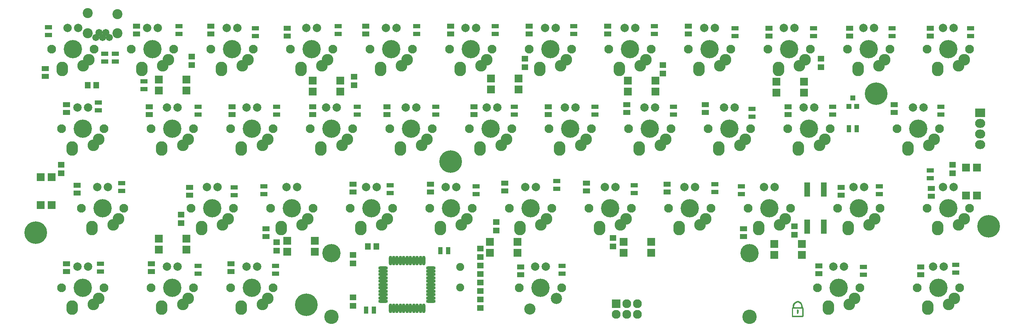
<source format=gbr>
G04 #@! TF.FileFunction,Soldermask,Bot*
%FSLAX46Y46*%
G04 Gerber Fmt 4.6, Leading zero omitted, Abs format (unit mm)*
G04 Created by KiCad (PCBNEW 4.0.1-stable) date 7/10/2016 11:19:29 PM*
%MOMM*%
G01*
G04 APERTURE LIST*
%ADD10C,0.100000*%
%ADD11C,0.010000*%
%ADD12R,1.650000X1.400000*%
%ADD13R,1.400000X1.650000*%
%ADD14R,1.797000X1.289000*%
%ADD15O,2.299920X0.806400*%
%ADD16O,0.806400X2.299920*%
%ADD17C,1.705560*%
%ADD18C,2.400000*%
%ADD19R,1.700000X1.100000*%
%ADD20R,2.127200X2.127200*%
%ADD21O,2.127200X2.127200*%
%ADD22R,2.432000X2.127200*%
%ADD23O,2.432000X2.127200*%
%ADD24R,1.200100X1.200100*%
%ADD25R,1.100000X1.700000*%
%ADD26R,1.924000X1.924000*%
%ADD27R,1.400000X3.500000*%
%ADD28C,4.380180*%
%ADD29O,2.784001X3.480000*%
%ADD30C,2.777011*%
%ADD31C,2.099260*%
%ADD32C,1.901140*%
%ADD33C,2.000200*%
%ADD34C,2.686000*%
%ADD35C,4.387800*%
%ADD36C,2.101800*%
%ADD37C,3.448000*%
%ADD38C,5.401260*%
G04 APERTURE END LIST*
D10*
D11*
G36*
X219546275Y-113520741D02*
X219167016Y-113801410D01*
X218901371Y-114180174D01*
X218821000Y-114518830D01*
X218777863Y-114830976D01*
X218688304Y-115016896D01*
X218626111Y-115207746D01*
X218592080Y-115590390D01*
X218591337Y-116103673D01*
X218593054Y-116153546D01*
X218630500Y-117157500D01*
X219906921Y-117193413D01*
X220453432Y-117200222D01*
X220901970Y-117189757D01*
X221193899Y-117164288D01*
X221272171Y-117140496D01*
X221323589Y-116966724D01*
X221352415Y-116622443D01*
X221360004Y-116183704D01*
X221347712Y-115726560D01*
X221316893Y-115327064D01*
X221291966Y-115189000D01*
X221107000Y-115189000D01*
X221107000Y-116967000D01*
X218821000Y-116967000D01*
X218821000Y-115189000D01*
X221107000Y-115189000D01*
X221291966Y-115189000D01*
X221268904Y-115061269D01*
X221234000Y-114998500D01*
X221143434Y-114827281D01*
X221111941Y-114576137D01*
X220853000Y-114576137D01*
X220853000Y-114935000D01*
X219964000Y-114935000D01*
X219499748Y-114930951D01*
X219234075Y-114904633D01*
X219111565Y-114834783D01*
X219076799Y-114700141D01*
X219075000Y-114593935D01*
X219180664Y-114209381D01*
X219446355Y-113879326D01*
X219795121Y-113685819D01*
X219946203Y-113665000D01*
X220335136Y-113778290D01*
X220659598Y-114064317D01*
X220839210Y-114442318D01*
X220853000Y-114576137D01*
X221111941Y-114576137D01*
X221107000Y-114536735D01*
X220993152Y-114116879D01*
X220701011Y-113741524D01*
X220304681Y-113483657D01*
X219964000Y-113411000D01*
X219546275Y-113520741D01*
X219546275Y-113520741D01*
G37*
X219546275Y-113520741D02*
X219167016Y-113801410D01*
X218901371Y-114180174D01*
X218821000Y-114518830D01*
X218777863Y-114830976D01*
X218688304Y-115016896D01*
X218626111Y-115207746D01*
X218592080Y-115590390D01*
X218591337Y-116103673D01*
X218593054Y-116153546D01*
X218630500Y-117157500D01*
X219906921Y-117193413D01*
X220453432Y-117200222D01*
X220901970Y-117189757D01*
X221193899Y-117164288D01*
X221272171Y-117140496D01*
X221323589Y-116966724D01*
X221352415Y-116622443D01*
X221360004Y-116183704D01*
X221347712Y-115726560D01*
X221316893Y-115327064D01*
X221291966Y-115189000D01*
X221107000Y-115189000D01*
X221107000Y-116967000D01*
X218821000Y-116967000D01*
X218821000Y-115189000D01*
X221107000Y-115189000D01*
X221291966Y-115189000D01*
X221268904Y-115061269D01*
X221234000Y-114998500D01*
X221143434Y-114827281D01*
X221111941Y-114576137D01*
X220853000Y-114576137D01*
X220853000Y-114935000D01*
X219964000Y-114935000D01*
X219499748Y-114930951D01*
X219234075Y-114904633D01*
X219111565Y-114834783D01*
X219076799Y-114700141D01*
X219075000Y-114593935D01*
X219180664Y-114209381D01*
X219446355Y-113879326D01*
X219795121Y-113685819D01*
X219946203Y-113665000D01*
X220335136Y-113778290D01*
X220659598Y-114064317D01*
X220839210Y-114442318D01*
X220853000Y-114576137D01*
X221111941Y-114576137D01*
X221107000Y-114536735D01*
X220993152Y-114116879D01*
X220701011Y-113741524D01*
X220304681Y-113483657D01*
X219964000Y-113411000D01*
X219546275Y-113520741D01*
G36*
X219850622Y-115512849D02*
X219794568Y-115695492D01*
X219797201Y-115981984D01*
X219845819Y-116266312D01*
X219927717Y-116442466D01*
X219964000Y-116459000D01*
X220047992Y-116348262D01*
X220121154Y-116078432D01*
X220126465Y-116046250D01*
X220134940Y-115706170D01*
X220057917Y-115492844D01*
X219922185Y-115458077D01*
X219850622Y-115512849D01*
X219850622Y-115512849D01*
G37*
X219850622Y-115512849D02*
X219794568Y-115695492D01*
X219797201Y-115981984D01*
X219845819Y-116266312D01*
X219927717Y-116442466D01*
X219964000Y-116459000D01*
X220047992Y-116348262D01*
X220121154Y-116078432D01*
X220126465Y-116046250D01*
X220134940Y-115706170D01*
X220057917Y-115492844D01*
X219922185Y-115458077D01*
X219850622Y-115512849D01*
D12*
X144018000Y-104918000D03*
X144018000Y-106918000D03*
X144018000Y-110982000D03*
X144018000Y-108982000D03*
D13*
X119110000Y-100330000D03*
X117110000Y-100330000D03*
D12*
X113538000Y-114538000D03*
X113538000Y-112538000D03*
X144018000Y-115046000D03*
X144018000Y-113046000D03*
X113538000Y-104378000D03*
X113538000Y-102378000D03*
X144018000Y-100854000D03*
X144018000Y-102854000D03*
D13*
X52054000Y-61722000D03*
X50054000Y-61722000D03*
D14*
X39878000Y-57721500D03*
X39878000Y-59626500D03*
X61722000Y-47561500D03*
X61722000Y-49466500D03*
X79502000Y-47561500D03*
X79502000Y-49466500D03*
X97790000Y-48069500D03*
X97790000Y-49974500D03*
X116586000Y-47561500D03*
X116586000Y-49466500D03*
X136906000Y-47561500D03*
X136906000Y-49466500D03*
X155702000Y-47561500D03*
X155702000Y-49466500D03*
X174498000Y-47561500D03*
X174498000Y-49466500D03*
X193802000Y-47561500D03*
X193802000Y-49466500D03*
X213106000Y-48069500D03*
X213106000Y-49974500D03*
X232410000Y-48069500D03*
X232410000Y-49974500D03*
X44958000Y-66357500D03*
X44958000Y-68262500D03*
X64770000Y-66865500D03*
X64770000Y-68770500D03*
X84582000Y-66865500D03*
X84582000Y-68770500D03*
X103886000Y-66865500D03*
X103886000Y-68770500D03*
X121666000Y-66865500D03*
X121666000Y-68770500D03*
X142494000Y-66865500D03*
X142494000Y-68770500D03*
X160274000Y-66865500D03*
X160274000Y-68770500D03*
X179070000Y-66357500D03*
X179070000Y-68262500D03*
X197866000Y-66357500D03*
X197866000Y-68262500D03*
X217678000Y-66865500D03*
X217678000Y-68770500D03*
X243078000Y-66357500D03*
X243078000Y-68262500D03*
X47498000Y-85661500D03*
X47498000Y-87566500D03*
X74422000Y-86169500D03*
X74422000Y-88074500D03*
X92710000Y-96075500D03*
X92710000Y-97980500D03*
X113538000Y-85407500D03*
X113538000Y-87312500D03*
X132080000Y-85407500D03*
X132080000Y-87312500D03*
X149860000Y-85153500D03*
X149860000Y-87058500D03*
X169418000Y-85153500D03*
X169418000Y-87058500D03*
X188722000Y-85407500D03*
X188722000Y-87312500D03*
X207010000Y-96075500D03*
X207010000Y-97980500D03*
X230378000Y-86169500D03*
X230378000Y-88074500D03*
X251968000Y-86423500D03*
X251968000Y-88328500D03*
X44958000Y-104457500D03*
X44958000Y-106362500D03*
X65278000Y-104457500D03*
X65278000Y-106362500D03*
X84328000Y-104457500D03*
X84328000Y-106362500D03*
X153670000Y-105219500D03*
X153670000Y-107124500D03*
X225044000Y-104965500D03*
X225044000Y-106870500D03*
X249428000Y-105219500D03*
X249428000Y-107124500D03*
X251714000Y-48069500D03*
X251714000Y-49974500D03*
D15*
X120777000Y-109474000D03*
X120777000Y-108673900D03*
X120777000Y-107873800D03*
X120777000Y-107073700D03*
X120777000Y-106273600D03*
X120777000Y-105473500D03*
X120777000Y-110274100D03*
X120777000Y-111074200D03*
X120777000Y-111874300D03*
X120777000Y-112674400D03*
X120777000Y-113474500D03*
X132207000Y-109474000D03*
X132207000Y-108673900D03*
X132207000Y-107873800D03*
X132207000Y-107073700D03*
X132207000Y-106273600D03*
X132207000Y-105473500D03*
X132207000Y-110274100D03*
X132207000Y-111074200D03*
X132207000Y-111874300D03*
X132207000Y-112674400D03*
X132207000Y-113474500D03*
D16*
X126492000Y-103759000D03*
X126492000Y-115189000D03*
X127292100Y-103759000D03*
X127292100Y-115189000D03*
X128092200Y-115189000D03*
X128092200Y-103759000D03*
X128892300Y-103759000D03*
X128892300Y-115189000D03*
X129692400Y-115189000D03*
X129692400Y-103759000D03*
X130492500Y-103759000D03*
X130492500Y-115189000D03*
X125691900Y-115189000D03*
X125691900Y-103759000D03*
X124891800Y-103759000D03*
X124891800Y-115189000D03*
X124091700Y-115189000D03*
X124091700Y-103759000D03*
X123291600Y-103759000D03*
X123291600Y-115189000D03*
X122491500Y-115189000D03*
X122491500Y-103759000D03*
D17*
X53594000Y-50309780D03*
X52796440Y-49110900D03*
X55191660Y-50309780D03*
X54391560Y-49110900D03*
D18*
X57150000Y-44704000D03*
X50038000Y-44450000D03*
D17*
X51996340Y-50309780D03*
D18*
X50038000Y-49276000D03*
X57150000Y-49276000D03*
D19*
X71882000Y-49464000D03*
X71882000Y-47564000D03*
X109982000Y-49464000D03*
X109982000Y-47564000D03*
X128778000Y-49464000D03*
X128778000Y-47564000D03*
X147574000Y-49464000D03*
X147574000Y-47564000D03*
X166370000Y-49464000D03*
X166370000Y-47564000D03*
X185674000Y-49464000D03*
X185674000Y-47564000D03*
X204978000Y-49972000D03*
X204978000Y-48072000D03*
X223774000Y-49972000D03*
X223774000Y-48072000D03*
X242570000Y-49972000D03*
X242570000Y-48072000D03*
X261366000Y-49972000D03*
X261366000Y-48072000D03*
X52578000Y-65852000D03*
X52578000Y-67752000D03*
X40640000Y-49718000D03*
X40640000Y-47818000D03*
X90170000Y-49972000D03*
X90170000Y-48072000D03*
X76454000Y-68768000D03*
X76454000Y-66868000D03*
X95250000Y-68768000D03*
X95250000Y-66868000D03*
X114554000Y-68768000D03*
X114554000Y-66868000D03*
X133350000Y-68768000D03*
X133350000Y-66868000D03*
X152146000Y-68768000D03*
X152146000Y-66868000D03*
X171450000Y-68768000D03*
X171450000Y-66868000D03*
X190246000Y-68768000D03*
X190246000Y-66868000D03*
X209042000Y-69276000D03*
X209042000Y-67376000D03*
X228346000Y-68768000D03*
X228346000Y-66868000D03*
X254254000Y-68768000D03*
X254254000Y-66868000D03*
X58166000Y-85156000D03*
X58166000Y-87056000D03*
X85090000Y-88072000D03*
X85090000Y-86172000D03*
X92202000Y-87818000D03*
X92202000Y-85918000D03*
X122428000Y-87564000D03*
X122428000Y-85664000D03*
X143002000Y-87818000D03*
X143002000Y-85918000D03*
X162306000Y-86548000D03*
X162306000Y-84648000D03*
X180848000Y-87564000D03*
X180848000Y-85664000D03*
X200152000Y-87310000D03*
X200152000Y-85410000D03*
X206502000Y-87818000D03*
X206502000Y-85918000D03*
X239522000Y-87818000D03*
X239522000Y-85918000D03*
X251714000Y-84008000D03*
X251714000Y-82108000D03*
X53086000Y-104460000D03*
X53086000Y-106360000D03*
X76454000Y-106868000D03*
X76454000Y-104968000D03*
X94996000Y-106868000D03*
X94996000Y-104968000D03*
X163576000Y-106868000D03*
X163576000Y-104968000D03*
X235712000Y-107122000D03*
X235712000Y-105222000D03*
X257810000Y-106614000D03*
X257810000Y-104714000D03*
X63500000Y-60772000D03*
X63500000Y-62672000D03*
D20*
X176530000Y-114046000D03*
D21*
X176530000Y-116586000D03*
X179070000Y-114046000D03*
X179070000Y-116586000D03*
X181610000Y-114046000D03*
X181610000Y-116586000D03*
D22*
X263652000Y-68326000D03*
D23*
X263652000Y-70866000D03*
X263652000Y-73406000D03*
X263652000Y-75946000D03*
D24*
X234122000Y-66786760D03*
X232222000Y-66786760D03*
X233172000Y-64787780D03*
D19*
X56642000Y-56068000D03*
X56642000Y-54168000D03*
X54102000Y-56068000D03*
X54102000Y-54168000D03*
D25*
X118552000Y-115570000D03*
X116652000Y-115570000D03*
X232222000Y-72136000D03*
X234122000Y-72136000D03*
X136332000Y-101346000D03*
X134432000Y-101346000D03*
D26*
X67028000Y-60422000D03*
X67028000Y-63022000D03*
X73688000Y-63022000D03*
X73688000Y-60422000D03*
X103858000Y-60676000D03*
X103858000Y-63276000D03*
X110518000Y-63276000D03*
X110518000Y-60676000D03*
X146530000Y-60168000D03*
X146530000Y-62768000D03*
X153190000Y-62768000D03*
X153190000Y-60168000D03*
X179296000Y-60676000D03*
X179296000Y-63276000D03*
X185956000Y-63276000D03*
X185956000Y-60676000D03*
X214856000Y-60930000D03*
X214856000Y-63530000D03*
X221516000Y-63530000D03*
X221516000Y-60930000D03*
X260320000Y-88166000D03*
X262920000Y-88166000D03*
X262920000Y-81506000D03*
X260320000Y-81506000D03*
X214348000Y-99792000D03*
X214348000Y-102392000D03*
X221008000Y-102392000D03*
X221008000Y-99792000D03*
X178280000Y-99284000D03*
X178280000Y-101884000D03*
X184940000Y-101884000D03*
X184940000Y-99284000D03*
X146276000Y-99284000D03*
X146276000Y-101884000D03*
X152936000Y-101884000D03*
X152936000Y-99284000D03*
X97762000Y-99030000D03*
X97762000Y-101630000D03*
X104422000Y-101630000D03*
X104422000Y-99030000D03*
X67028000Y-98522000D03*
X67028000Y-101122000D03*
X73688000Y-101122000D03*
X73688000Y-98522000D03*
X38832000Y-90452000D03*
X41432000Y-90452000D03*
X41432000Y-83792000D03*
X38832000Y-83792000D03*
D27*
X226283500Y-95636000D03*
X222283000Y-86736000D03*
X226281000Y-86736000D03*
X222283000Y-95636000D03*
D28*
X46482000Y-53086000D03*
D29*
X43962000Y-57876000D03*
D30*
X50292000Y-55626000D03*
D31*
X51562000Y-53086000D03*
X41402000Y-53086000D03*
D30*
X48982000Y-57086000D03*
D28*
X65532000Y-53086000D03*
D29*
X63012000Y-57876000D03*
D30*
X69342000Y-55626000D03*
D31*
X70612000Y-53086000D03*
X60452000Y-53086000D03*
D30*
X68032000Y-57086000D03*
D28*
X84582000Y-53086000D03*
D29*
X82062000Y-57876000D03*
D30*
X88392000Y-55626000D03*
D31*
X89662000Y-53086000D03*
X79502000Y-53086000D03*
D30*
X87082000Y-57086000D03*
D28*
X103632000Y-53086000D03*
D29*
X101112000Y-57876000D03*
D30*
X107442000Y-55626000D03*
D31*
X108712000Y-53086000D03*
X98552000Y-53086000D03*
D30*
X106132000Y-57086000D03*
D28*
X122682000Y-53086000D03*
D29*
X120162000Y-57876000D03*
D30*
X126492000Y-55626000D03*
D31*
X127762000Y-53086000D03*
X117602000Y-53086000D03*
D30*
X125182000Y-57086000D03*
D28*
X141732000Y-53086000D03*
D29*
X139212000Y-57876000D03*
D30*
X145542000Y-55626000D03*
D31*
X146812000Y-53086000D03*
X136652000Y-53086000D03*
D30*
X144232000Y-57086000D03*
D28*
X160782000Y-53086000D03*
D29*
X158262000Y-57876000D03*
D30*
X164592000Y-55626000D03*
D31*
X165862000Y-53086000D03*
X155702000Y-53086000D03*
D30*
X163282000Y-57086000D03*
D28*
X179832000Y-53086000D03*
D29*
X177312000Y-57876000D03*
D30*
X183642000Y-55626000D03*
D31*
X184912000Y-53086000D03*
X174752000Y-53086000D03*
D30*
X182332000Y-57086000D03*
D28*
X198882000Y-53086000D03*
D29*
X196362000Y-57876000D03*
D30*
X202692000Y-55626000D03*
D31*
X203962000Y-53086000D03*
X193802000Y-53086000D03*
D30*
X201382000Y-57086000D03*
D28*
X217932000Y-53086000D03*
D29*
X215412000Y-57876000D03*
D30*
X221742000Y-55626000D03*
D31*
X223012000Y-53086000D03*
X212852000Y-53086000D03*
D30*
X220432000Y-57086000D03*
D28*
X236982000Y-53086000D03*
D29*
X234462000Y-57876000D03*
D30*
X240792000Y-55626000D03*
D31*
X242062000Y-53086000D03*
X231902000Y-53086000D03*
D30*
X239482000Y-57086000D03*
D28*
X48864520Y-72136000D03*
D29*
X46344520Y-76926000D03*
D30*
X52674520Y-74676000D03*
D31*
X53944520Y-72136000D03*
X43784520Y-72136000D03*
D30*
X51364520Y-76136000D03*
D28*
X70295770Y-72136000D03*
D29*
X67775770Y-76926000D03*
D30*
X74105770Y-74676000D03*
D31*
X75375770Y-72136000D03*
X65215770Y-72136000D03*
D30*
X72795770Y-76136000D03*
D28*
X89345770Y-72136000D03*
D29*
X86825770Y-76926000D03*
D30*
X93155770Y-74676000D03*
D31*
X94425770Y-72136000D03*
X84265770Y-72136000D03*
D30*
X91845770Y-76136000D03*
D28*
X108395770Y-72136000D03*
D29*
X105875770Y-76926000D03*
D30*
X112205770Y-74676000D03*
D31*
X113475770Y-72136000D03*
X103315770Y-72136000D03*
D30*
X110895770Y-76136000D03*
D28*
X127445770Y-72136000D03*
D29*
X124925770Y-76926000D03*
D30*
X131255770Y-74676000D03*
D31*
X132525770Y-72136000D03*
X122365770Y-72136000D03*
D30*
X129945770Y-76136000D03*
D28*
X146495770Y-72136000D03*
D29*
X143975770Y-76926000D03*
D30*
X150305770Y-74676000D03*
D31*
X151575770Y-72136000D03*
X141415770Y-72136000D03*
D30*
X148995770Y-76136000D03*
D28*
X165545770Y-72136000D03*
D29*
X163025770Y-76926000D03*
D30*
X169355770Y-74676000D03*
D31*
X170625770Y-72136000D03*
X160465770Y-72136000D03*
D30*
X168045770Y-76136000D03*
D28*
X184595770Y-72136000D03*
D29*
X182075770Y-76926000D03*
D30*
X188405770Y-74676000D03*
D31*
X189675770Y-72136000D03*
X179515770Y-72136000D03*
D30*
X187095770Y-76136000D03*
D28*
X203645770Y-72136000D03*
D29*
X201125770Y-76926000D03*
D30*
X207455770Y-74676000D03*
D31*
X208725770Y-72136000D03*
X198565770Y-72136000D03*
D30*
X206145770Y-76136000D03*
D28*
X222695770Y-72136000D03*
D29*
X220175770Y-76926000D03*
D30*
X226505770Y-74676000D03*
D31*
X227775770Y-72136000D03*
X217615770Y-72136000D03*
D30*
X225195770Y-76136000D03*
D28*
X248889520Y-72136000D03*
D29*
X246369520Y-76926000D03*
D30*
X252699520Y-74676000D03*
D31*
X253969520Y-72136000D03*
X243809520Y-72136000D03*
D30*
X251389520Y-76136000D03*
D28*
X53625750Y-91186000D03*
D29*
X51105750Y-95976000D03*
D30*
X57435750Y-93726000D03*
D31*
X58705750Y-91186000D03*
X48545750Y-91186000D03*
D30*
X56125750Y-95186000D03*
D28*
X79819500Y-91186000D03*
D29*
X77299500Y-95976000D03*
D30*
X83629500Y-93726000D03*
D31*
X84899500Y-91186000D03*
X74739500Y-91186000D03*
D30*
X82319500Y-95186000D03*
D28*
X98869500Y-91186000D03*
D29*
X96349500Y-95976000D03*
D30*
X102679500Y-93726000D03*
D31*
X103949500Y-91186000D03*
X93789500Y-91186000D03*
D30*
X101369500Y-95186000D03*
D28*
X117919500Y-91186000D03*
D29*
X115399500Y-95976000D03*
D30*
X121729500Y-93726000D03*
D31*
X122999500Y-91186000D03*
X112839500Y-91186000D03*
D30*
X120419500Y-95186000D03*
D28*
X136969500Y-91186000D03*
D29*
X134449500Y-95976000D03*
D30*
X140779500Y-93726000D03*
D31*
X142049500Y-91186000D03*
X131889500Y-91186000D03*
D30*
X139469500Y-95186000D03*
D28*
X156019500Y-91186000D03*
D29*
X153499500Y-95976000D03*
D30*
X159829500Y-93726000D03*
D31*
X161099500Y-91186000D03*
X150939500Y-91186000D03*
D30*
X158519500Y-95186000D03*
D28*
X175069500Y-91186000D03*
D29*
X172549500Y-95976000D03*
D30*
X178879500Y-93726000D03*
D31*
X180149500Y-91186000D03*
X169989500Y-91186000D03*
D30*
X177569500Y-95186000D03*
D28*
X194119500Y-91186000D03*
D29*
X191599500Y-95976000D03*
D30*
X197929500Y-93726000D03*
D31*
X199199500Y-91186000D03*
X189039500Y-91186000D03*
D30*
X196619500Y-95186000D03*
D28*
X213169500Y-91186000D03*
D29*
X210649500Y-95976000D03*
D30*
X216979500Y-93726000D03*
D31*
X218249500Y-91186000D03*
X208089500Y-91186000D03*
D30*
X215669500Y-95186000D03*
D28*
X234600750Y-91186000D03*
D29*
X232080750Y-95976000D03*
D30*
X238410750Y-93726000D03*
D31*
X239680750Y-91186000D03*
X229520750Y-91186000D03*
D30*
X237100750Y-95186000D03*
D28*
X256032000Y-91186000D03*
D29*
X253512000Y-95976000D03*
D30*
X259842000Y-93726000D03*
D31*
X261112000Y-91186000D03*
X250952000Y-91186000D03*
D30*
X258532000Y-95186000D03*
D28*
X48864520Y-110236000D03*
D29*
X46344520Y-115026000D03*
D30*
X52674520Y-112776000D03*
D31*
X53944520Y-110236000D03*
X43784520Y-110236000D03*
D30*
X51364520Y-114236000D03*
D28*
X70295770Y-110236000D03*
D29*
X67775770Y-115026000D03*
D30*
X74105770Y-112776000D03*
D31*
X75375770Y-110236000D03*
X65215770Y-110236000D03*
D30*
X72795770Y-114236000D03*
D28*
X89345770Y-110236000D03*
D29*
X86825770Y-115026000D03*
D30*
X93155770Y-112776000D03*
D31*
X94425770Y-110236000D03*
X84265770Y-110236000D03*
D30*
X91845770Y-114236000D03*
D28*
X229839520Y-110236000D03*
D29*
X227319520Y-115026000D03*
D30*
X233649520Y-112776000D03*
D31*
X234919520Y-110236000D03*
X224759520Y-110236000D03*
D30*
X232339520Y-114236000D03*
D28*
X253652020Y-110236000D03*
D29*
X251132020Y-115026000D03*
D30*
X257462020Y-112776000D03*
D31*
X258732020Y-110236000D03*
X248572020Y-110236000D03*
D30*
X256152020Y-114236000D03*
D28*
X256032000Y-53086000D03*
D29*
X253512000Y-57876000D03*
D30*
X259842000Y-55626000D03*
D31*
X261112000Y-53086000D03*
X250952000Y-53086000D03*
D30*
X258532000Y-57086000D03*
D32*
X139192000Y-105255060D03*
X139192000Y-110136940D03*
D33*
X64262000Y-48006000D03*
X66802000Y-48006000D03*
X102362000Y-48006000D03*
X104902000Y-48006000D03*
X121412000Y-48006000D03*
X123952000Y-48006000D03*
X140462000Y-48006000D03*
X143002000Y-48006000D03*
X159512000Y-48006000D03*
X162052000Y-48006000D03*
X178562000Y-48006000D03*
X181102000Y-48006000D03*
X197612000Y-48006000D03*
X200152000Y-48006000D03*
X216662000Y-48006000D03*
X219202000Y-48006000D03*
X235712000Y-48006000D03*
X238252000Y-48006000D03*
X254762000Y-48006000D03*
X257302000Y-48006000D03*
X47594520Y-67056000D03*
X50134520Y-67056000D03*
X45212000Y-48006000D03*
X47752000Y-48006000D03*
X83312000Y-48006000D03*
X85852000Y-48006000D03*
X69025770Y-67056000D03*
X71565770Y-67056000D03*
X88075770Y-67056000D03*
X90615770Y-67056000D03*
X107125770Y-67056000D03*
X109665770Y-67056000D03*
X126175770Y-67056000D03*
X128715770Y-67056000D03*
X145542000Y-67056000D03*
X148082000Y-67056000D03*
X164275770Y-67056000D03*
X166815770Y-67056000D03*
X183325770Y-67056000D03*
X185865770Y-67056000D03*
X202375770Y-67056000D03*
X204915770Y-67056000D03*
X221425770Y-67056000D03*
X223965770Y-67056000D03*
X247619520Y-67056000D03*
X250159520Y-67056000D03*
X52355750Y-86106000D03*
X54895750Y-86106000D03*
X78549500Y-86106000D03*
X81089500Y-86106000D03*
X97599500Y-86106000D03*
X100139500Y-86106000D03*
X116649500Y-86106000D03*
X119189500Y-86106000D03*
X135699500Y-86106000D03*
X138239500Y-86106000D03*
X154749500Y-86106000D03*
X157289500Y-86106000D03*
X173799500Y-86106000D03*
X176339500Y-86106000D03*
X192849500Y-86106000D03*
X195389500Y-86106000D03*
X211899500Y-86106000D03*
X214439500Y-86106000D03*
X233330750Y-86106000D03*
X235870750Y-86106000D03*
X254762000Y-86106000D03*
X257302000Y-86106000D03*
X47594520Y-105156000D03*
X50134520Y-105156000D03*
X69025770Y-105156000D03*
X71565770Y-105156000D03*
X88075770Y-105156000D03*
X90615770Y-105156000D03*
X157132020Y-105156000D03*
X159672020Y-105156000D03*
X228569520Y-105156000D03*
X231109520Y-105156000D03*
X252382020Y-105156000D03*
X254922020Y-105156000D03*
D34*
X155862020Y-115316000D03*
X162212020Y-112776000D03*
D35*
X158402020Y-110236000D03*
D36*
X163482020Y-110236000D03*
X153322020Y-110236000D03*
D37*
X208440020Y-117221000D03*
X108364020Y-117221000D03*
D35*
X208440020Y-101981000D03*
X108364020Y-101981000D03*
D38*
X37592000Y-97028000D03*
X265684000Y-95504000D03*
X102362000Y-114300000D03*
X238760000Y-63754000D03*
X136906000Y-80010000D03*
D12*
X74930000Y-54880000D03*
X74930000Y-56880000D03*
X154686000Y-55388000D03*
X154686000Y-57388000D03*
X187706000Y-58912000D03*
X187706000Y-56912000D03*
X225552000Y-55388000D03*
X225552000Y-57388000D03*
X257048000Y-82788000D03*
X257048000Y-80788000D03*
X72390000Y-92726000D03*
X72390000Y-94726000D03*
X219202000Y-95520000D03*
X219202000Y-97520000D03*
X175768000Y-100314000D03*
X175768000Y-98314000D03*
X43688000Y-82788000D03*
X43688000Y-80788000D03*
X147828000Y-96504000D03*
X147828000Y-94504000D03*
X95250000Y-101330000D03*
X95250000Y-99330000D03*
X113792000Y-61706000D03*
X113792000Y-59706000D03*
M02*

</source>
